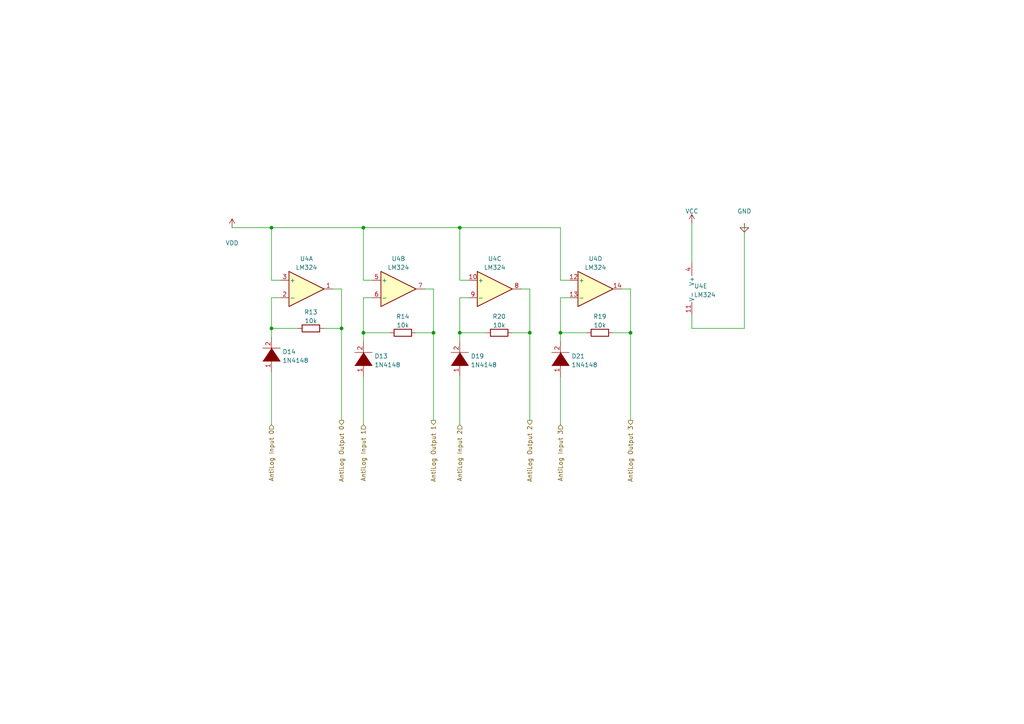
<source format=kicad_sch>
(kicad_sch (version 20230121) (generator eeschema)
  (paper "A4")
  (title_block (title "Analog Computer") (date "2023-03-08") (rev "v1") (company "Out-of-band Development, LLC") (comment 1 "Matthew Whited") (comment 2 "Antilogarithmic Amplifer"))
  (lib_symbols
    (symbol "Amplifier_Operational:LM324" (pin_names (offset 0.127))
      (property "Reference" "U" (at 0 5.08 0))
      (property "Value" "LM324" (at 0 -5.08 0))
      (symbol "LM324_1_1"
        (polyline (pts (xy -5.08 5.08) (xy 5.08 0) (xy -5.08 -5.08) (xy -5.08 5.08)) (stroke (width 0.254)) (fill (type background)))
        (pin output line (at 7.62 0 180) (length 2.54) (name "~") (number "1"))
        (pin input line (at -7.62 -2.54 0) (length 2.54) (name "-") (number "2"))
        (pin input line (at -7.62 2.54 0) (length 2.54) (name "+") (number "3"))
      )
      (symbol "LM324_2_1"
        (polyline (pts (xy -5.08 5.08) (xy 5.08 0) (xy -5.08 -5.08) (xy -5.08 5.08)) (stroke (width 0.254)) (fill (type background)))
        (pin input line (at -7.62 2.54 0) (length 2.54) (name "+") (number "5"))
        (pin input line (at -7.62 -2.54 0) (length 2.54) (name "-") (number "6"))
        (pin output line (at 7.62 0 180) (length 2.54) (name "~") (number "7"))
      )
      (symbol "LM324_3_1"
        (polyline (pts (xy -5.08 5.08) (xy 5.08 0) (xy -5.08 -5.08) (xy -5.08 5.08)) (stroke (width 0.254)) (fill (type background)))
        (pin input line (at -7.62 2.54 0) (length 2.54) (name "+") (number "10"))
        (pin output line (at 7.62 0 180) (length 2.54) (name "~") (number "8"))
        (pin input line (at -7.62 -2.54 0) (length 2.54) (name "-") (number "9"))
      )
      (symbol "LM324_4_1"
        (polyline (pts (xy -5.08 5.08) (xy 5.08 0) (xy -5.08 -5.08) (xy -5.08 5.08)) (stroke (width 0.254)) (fill (type background)))
        (pin input line (at -7.62 2.54 0) (length 2.54) (name "+") (number "12"))
        (pin input line (at -7.62 -2.54 0) (length 2.54) (name "-") (number "13"))
        (pin output line (at 7.62 0 180) (length 2.54) (name "~") (number "14"))
      )
      (symbol "LM324_5_1"
        (pin power_in line (at -2.54 -7.62 90) (length 3.81) (name "V-") (number "11"))
        (pin power_in line (at -2.54 7.62 270) (length 3.81) (name "V+") (number "4"))
      )
    )
    (symbol "Device:R" (pin_numbers hide) (pin_names (offset 0))
      (property "Reference" "R" (at 2.032 0 90))
      (property "Value" "R" (at 0 0 90))
      (symbol "R_0_1"
        (rectangle (start -1.016 -2.54) (end 1.016 2.54) (stroke (width 0.254)))
      )
      (symbol "R_1_1"
        (pin passive line (at 0 3.81 270) (length 1.27) (name "~") (number "1"))
        (pin passive line (at 0 -3.81 90) (length 1.27) (name "~") (number "2"))
      )
    )
    (symbol "power:GND" (power) (pin_names (offset 0))
      (property "Value" "GND" (at 0 -3.81 0))
      (symbol "GND_0_1"
        (polyline (pts (xy 0 0) (xy 0 -1.27) (xy 1.27 -1.27) (xy 0 -2.54) (xy -1.27 -1.27) (xy 0 -1.27)))
      )
      (symbol "GND_1_1"
        (pin power_in line (at 0 0 270) (length 0) hide (name "GND") (number "1"))
      )
    )
    (symbol "power:VCC" (power) (pin_names (offset 0))
      (property "Value" "VCC" (at 0 3.81 0))
      (symbol "VCC_0_1"
        (polyline (pts (xy -0.762 1.27) (xy 0 2.54)))
        (polyline (pts (xy 0 0) (xy 0 2.54)))
        (polyline (pts (xy 0 2.54) (xy 0.762 1.27)))
      )
      (symbol "VCC_1_1"
        (pin power_in line (at 0 0 90) (length 0) hide (name "VCC") (number "1"))
      )
    )
    (symbol "power:VDD" (power) (pin_names (offset 0))
      (property "Value" "VDD" (at 0 3.81 0))
      (symbol "VDD_0_1"
        (polyline (pts (xy -0.762 1.27) (xy 0 2.54)))
        (polyline (pts (xy 0 0) (xy 0 2.54)))
        (polyline (pts (xy 0 2.54) (xy 0.762 1.27)))
      )
      (symbol "VDD_1_1"
        (pin power_in line (at 0 0 90) (length 0) hide (name "VDD") (number "1"))
      )
    )
    (symbol "pspice:DIODE" (pin_names (offset 1.016) hide)
      (property "Reference" "D" (at 0 3.81 0))
      (property "Value" "DIODE" (at 0 -4.445 0))
      (symbol "DIODE_0_1"
        (polyline (pts (xy 1.905 2.54) (xy 1.905 -2.54)))
        (polyline (pts (xy -1.905 2.54) (xy -1.905 -2.54) (xy 1.905 0)) (fill (type outline)))
      )
      (symbol "DIODE_1_1"
        (pin input line (at -5.08 0 0) (length 3.81) (name "K") (number "1"))
        (pin input line (at 5.08 0 180) (length 3.81) (name "A") (number "2"))
      )
    )
  )
  (junction (at 162.56 96.52))
  (junction (at 153.67 96.52))
  (junction (at 78.74 95.25))
  (junction (at 182.88 96.52))
  (junction (at 105.41 66.04))
  (junction (at 105.41 96.52))
  (junction (at 125.73 96.52))
  (junction (at 99.06 95.25))
  (junction (at 133.35 66.04))
  (junction (at 133.35 96.52))
  (junction (at 78.74 66.04))
  (wire (pts (xy 78.74 95.25) (xy 86.36 95.25)))
  (wire (pts (xy 93.98 95.25) (xy 99.06 95.25)))
  (wire (pts (xy 125.73 96.52) (xy 125.73 121.92)))
  (wire (pts (xy 133.35 66.04) (xy 162.56 66.04)))
  (wire (pts (xy 177.8 96.52) (xy 182.88 96.52)))
  (wire (pts (xy 162.56 86.36) (xy 162.56 96.52)))
  (wire (pts (xy 153.67 96.52) (xy 153.67 121.92)))
  (wire (pts (xy 162.56 109.22) (xy 162.56 123.19)))
  (wire (pts (xy 153.67 96.52) (xy 148.59 96.52)))
  (wire (pts (xy 151.13 83.82) (xy 153.67 83.82)))
  (wire (pts (xy 96.52 83.82) (xy 99.06 83.82)))
  (wire (pts (xy 182.88 96.52) (xy 182.88 83.82)))
  (wire (pts (xy 162.56 66.04) (xy 162.56 81.28)))
  (wire (pts (xy 120.65 96.52) (xy 125.73 96.52)))
  (wire (pts (xy 135.89 86.36) (xy 133.35 86.36)))
  (wire (pts (xy 165.1 86.36) (xy 162.56 86.36)))
  (wire (pts (xy 107.95 86.36) (xy 105.41 86.36)))
  (wire (pts (xy 105.41 109.22) (xy 105.41 123.19)))
  (wire (pts (xy 215.9 64.77) (xy 215.9 95.25)))
  (wire (pts (xy 133.35 109.22) (xy 133.35 123.19)))
  (wire (pts (xy 105.41 66.04) (xy 133.35 66.04)))
  (wire (pts (xy 105.41 96.52) (xy 113.03 96.52)))
  (wire (pts (xy 135.89 81.28) (xy 133.35 81.28)))
  (wire (pts (xy 133.35 86.36) (xy 133.35 96.52)))
  (wire (pts (xy 78.74 81.28) (xy 81.28 81.28)))
  (wire (pts (xy 200.66 91.44) (xy 200.66 95.25)))
  (wire (pts (xy 153.67 83.82) (xy 153.67 96.52)))
  (wire (pts (xy 182.88 83.82) (xy 180.34 83.82)))
  (wire (pts (xy 78.74 95.25) (xy 78.74 97.79)))
  (wire (pts (xy 133.35 96.52) (xy 133.35 99.06)))
  (wire (pts (xy 182.88 96.52) (xy 182.88 121.92)))
  (wire (pts (xy 200.66 64.77) (xy 200.66 76.2)))
  (wire (pts (xy 162.56 81.28) (xy 165.1 81.28)))
  (wire (pts (xy 200.66 95.25) (xy 215.9 95.25)))
  (wire (pts (xy 78.74 107.95) (xy 78.74 123.19)))
  (wire (pts (xy 78.74 66.04) (xy 78.74 81.28)))
  (wire (pts (xy 105.41 96.52) (xy 105.41 99.06)))
  (wire (pts (xy 67.31 66.04) (xy 78.74 66.04)))
  (wire (pts (xy 105.41 86.36) (xy 105.41 96.52)))
  (wire (pts (xy 78.74 66.04) (xy 105.41 66.04)))
  (wire (pts (xy 162.56 96.52) (xy 162.56 99.06)))
  (wire (pts (xy 133.35 81.28) (xy 133.35 66.04)))
  (wire (pts (xy 78.74 86.36) (xy 78.74 95.25)))
  (wire (pts (xy 99.06 95.25) (xy 99.06 121.92)))
  (wire (pts (xy 78.74 86.36) (xy 81.28 86.36)))
  (wire (pts (xy 125.73 83.82) (xy 125.73 96.52)))
  (wire (pts (xy 123.19 83.82) (xy 125.73 83.82)))
  (wire (pts (xy 133.35 96.52) (xy 140.97 96.52)))
  (wire (pts (xy 105.41 66.04) (xy 105.41 81.28)))
  (wire (pts (xy 105.41 81.28) (xy 107.95 81.28)))
  (wire (pts (xy 99.06 95.25) (xy 99.06 83.82)))
  (wire (pts (xy 162.56 96.52) (xy 170.18 96.52)))
  (hierarchical_label "AntiLog Output 3" (shape output) (at 182.88 121.92 270))
  (hierarchical_label "AntiLog Output 2" (shape output) (at 153.67 121.92 270))
  (hierarchical_label "AntiLog Input 0" (shape input) (at 78.74 123.19 270))
  (hierarchical_label "AntiLog Output 0" (shape output) (at 99.06 121.92 270))
  (hierarchical_label "AntiLog Input 3" (shape input) (at 162.56 123.19 270))
  (hierarchical_label "AntiLog Output 1" (shape output) (at 125.73 121.92 270))
  (hierarchical_label "AntiLog Input 1" (shape input) (at 105.41 123.19 270))
  (hierarchical_label "AntiLog Input 2" (shape input) (at 133.35 123.19 270))
  (symbol (lib_id "pspice:DIODE") (at 133.35 104.14 90) (unit 1)
    (property "Reference" "D19" (at 136.525 103.3053 90) (effects (justify right)))
    (property "Value" "1N4148" (at 136.525 105.8422 90) (effects (justify right)))
    (property "Footprint" "Diode_THT:D_A-405_P2.54mm_Vertical_AnodeUp" (effects hide))
    (instances (project "AnalogComputer" (path "" (reference "D19") (unit 1)) (path "" (reference "D24") (unit 1)) (path "" (reference "D22") (unit 1))))
  )
  (symbol (lib_id "pspice:DIODE") (at 162.56 104.14 90) (unit 1)
    (property "Reference" "D21" (at 165.735 103.3053 90) (effects (justify right)))
    (property "Value" "1N4148" (at 165.735 105.8422 90) (effects (justify right)))
    (property "Footprint" "Diode_THT:D_A-405_P2.54mm_Vertical_AnodeUp" (effects hide))
    (instances (project "AnalogComputer" (path "" (reference "D21") (unit 1)) (path "" (reference "D23") (unit 1)) (path "" (reference "D20") (unit 1))))
  )
  (symbol (lib_id "Amplifier_Operational:LM324") (at 172.72 83.82 0) (unit 4)
    (property "Reference" "U4" (at 172.72 75.0402 0))
    (property "Value" "LM324" (at 172.72 77.5771 0))
    (property "Footprint" "Package_DIP:DIP-14_W7.62mm_Socket" (effects hide))
    (property "Datasheet" "http://www.ti.com/lit/ds/symlink/lm2902-n.pdf" (effects hide))
    (instances (project "AnalogComputer" (path "" (reference "U4") (unit 4)) (path "" (reference "U6") (unit 4)) (path "" (reference "U5") (unit 4))))
  )
  (symbol (lib_id "Amplifier_Operational:LM324") (at 203.2 83.82 0) (unit 5)
    (property "Reference" "U4" (at 201.295 82.9853 0) (effects (justify left)))
    (property "Value" "LM324" (at 201.295 85.5222 0) (effects (justify left)))
    (property "Footprint" "Package_DIP:DIP-14_W7.62mm_Socket" (effects hide))
    (property "Datasheet" "http://www.ti.com/lit/ds/symlink/lm2902-n.pdf" (effects hide))
    (instances (project "AnalogComputer" (path "" (reference "U4") (unit 5)) (path "" (reference "U6") (unit 5)) (path "" (reference "U5") (unit 5))))
  )
  (symbol (lib_id "pspice:DIODE") (at 78.74 102.87 90) (unit 1)
    (property "Reference" "D14" (at 81.915 102.0353 90) (effects (justify right)))
    (property "Value" "1N4148" (at 81.915 104.5722 90) (effects (justify right)))
    (property "Footprint" "Diode_THT:D_A-405_P2.54mm_Vertical_AnodeUp" (effects hide))
    (instances (project "AnalogComputer" (path "" (reference "D14") (unit 1)) (path "" (reference "D17") (unit 1)) (path "" (reference "D16") (unit 1))))
  )
  (symbol (lib_id "Amplifier_Operational:LM324") (at 143.51 83.82 0) (unit 3)
    (property "Reference" "U4" (at 143.51 75.0402 0))
    (property "Value" "LM324" (at 143.51 77.5771 0))
    (property "Footprint" "Package_DIP:DIP-14_W7.62mm_Socket" (effects hide))
    (property "Datasheet" "http://www.ti.com/lit/ds/symlink/lm2902-n.pdf" (effects hide))
    (instances (project "AnalogComputer" (path "" (reference "U4") (unit 3)) (path "" (reference "U6") (unit 3)) (path "" (reference "U5") (unit 3))))
  )
  (symbol (lib_id "power:GND") (at 215.9 64.77 0) (unit 1)
    (property "Reference" "#PWR014" (effects hide))
    (property "Value" "VSS" (at 215.9 61.2681 0))
    (instances (project "AnalogComputer" (path "" (reference "#PWR014") (unit 1)) (path "" (reference "#PWR016") (unit 1)) (path "" (reference "#PWR017") (unit 1))))
  )
  (symbol (lib_id "power:VCC") (at 200.66 64.77 0) (unit 1)
    (property "Reference" "#PWR04" (effects hide))
    (property "Value" "VCC" (at 200.66 61.2681 0))
    (instances (project "AnalogComputer" (path "" (reference "#PWR04") (unit 1)) (path "" (reference "#PWR05") (unit 1)) (path "" (reference "#PWR013") (unit 1))))
  )
  (symbol (lib_id "Device:R") (at 144.78 96.52 90) (unit 1)
    (property "Reference" "R20" (at 144.78 91.8042 90))
    (property "Value" "10k" (at 144.78 94.3411 90))
    (property "Footprint" "Resistor_THT:R_Axial_DIN0204_L3.6mm_D1.6mm_P2.54mm_Vertical" (effects hide))
    (instances (project "AnalogComputer" (path "" (reference "R20") (unit 1)) (path "" (reference "R24") (unit 1)) (path "" (reference "R21") (unit 1))))
  )
  (symbol (lib_id "Device:R") (at 90.17 95.25 90) (unit 1)
    (property "Reference" "R13" (at 90.17 90.5342 90))
    (property "Value" "10k" (at 90.17 93.0711 90))
    (property "Footprint" "Resistor_THT:R_Axial_DIN0204_L3.6mm_D1.6mm_P2.54mm_Vertical" (effects hide))
    (instances (project "AnalogComputer" (path "" (reference "R13") (unit 1)) (path "" (reference "R18") (unit 1)) (path "" (reference "R16") (unit 1))))
  )
  (symbol (lib_id "Device:R") (at 173.99 96.52 90) (unit 1)
    (property "Reference" "R19" (at 173.99 91.8042 90))
    (property "Value" "10k" (at 173.99 94.3411 90))
    (property "Footprint" "Resistor_THT:R_Axial_DIN0204_L3.6mm_D1.6mm_P2.54mm_Vertical" (effects hide))
    (instances (project "AnalogComputer" (path "" (reference "R19") (unit 1)) (path "" (reference "R23") (unit 1)) (path "" (reference "R22") (unit 1))))
  )
  (symbol (lib_id "Amplifier_Operational:LM324") (at 88.9 83.82 0) (unit 1)
    (property "Reference" "U4" (at 88.9 75.0402 0))
    (property "Value" "LM324" (at 88.9 77.5771 0))
    (property "Footprint" "Package_DIP:DIP-14_W7.62mm_Socket" (effects hide))
    (property "Datasheet" "http://www.ti.com/lit/ds/symlink/lm2902-n.pdf" (effects hide))
    (instances (project "AnalogComputer" (path "" (reference "U4") (unit 1)) (path "" (reference "U6") (unit 1)) (path "" (reference "U5") (unit 1))))
  )
  (symbol (lib_id "pspice:DIODE") (at 105.41 104.14 90) (unit 1)
    (property "Reference" "D13" (at 108.585 103.3053 90) (effects (justify right)))
    (property "Value" "1N4148" (at 108.585 105.8422 90) (effects (justify right)))
    (property "Footprint" "Diode_THT:D_A-405_P2.54mm_Vertical_AnodeUp" (effects hide))
    (instances (project "AnalogComputer" (path "" (reference "D13") (unit 1)) (path "" (reference "D18") (unit 1)) (path "" (reference "D15") (unit 1))))
  )
  (symbol (lib_id "Device:R") (at 116.84 96.52 90) (unit 1)
    (property "Reference" "R14" (at 116.84 91.8042 90))
    (property "Value" "10k" (at 116.84 94.3411 90))
    (property "Footprint" "Resistor_THT:R_Axial_DIN0204_L3.6mm_D1.6mm_P2.54mm_Vertical" (effects hide))
    (instances (project "AnalogComputer" (path "" (reference "R14") (unit 1)) (path "" (reference "R17") (unit 1)) (path "" (reference "R15") (unit 1))))
  )
  (symbol (lib_id "power:VDD") (at 67.31 66.04 0) (unit 1)
    (property "Reference" "#PWR06" (effects hide))
    (property "Value" "GND" (at 67.31 70.4834 0))
    (instances (project "AnalogComputer" (path "" (reference "#PWR06") (unit 1)) (path "" (reference "#PWR015") (unit 1)) (path "" (reference "#PWR018") (unit 1))))
  )
  (symbol (lib_id "Amplifier_Operational:LM324") (at 115.57 83.82 0) (unit 2)
    (property "Reference" "U4" (at 115.57 75.0402 0))
    (property "Value" "LM324" (at 115.57 77.5771 0))
    (property "Footprint" "Package_DIP:DIP-14_W7.62mm_Socket" (effects hide))
    (property "Datasheet" "http://www.ti.com/lit/ds/symlink/lm2902-n.pdf" (effects hide))
    (instances (project "AnalogComputer" (path "" (reference "U4") (unit 2)) (path "" (reference "U6") (unit 2)) (path "" (reference "U5") (unit 2))))
  )
)
</source>
